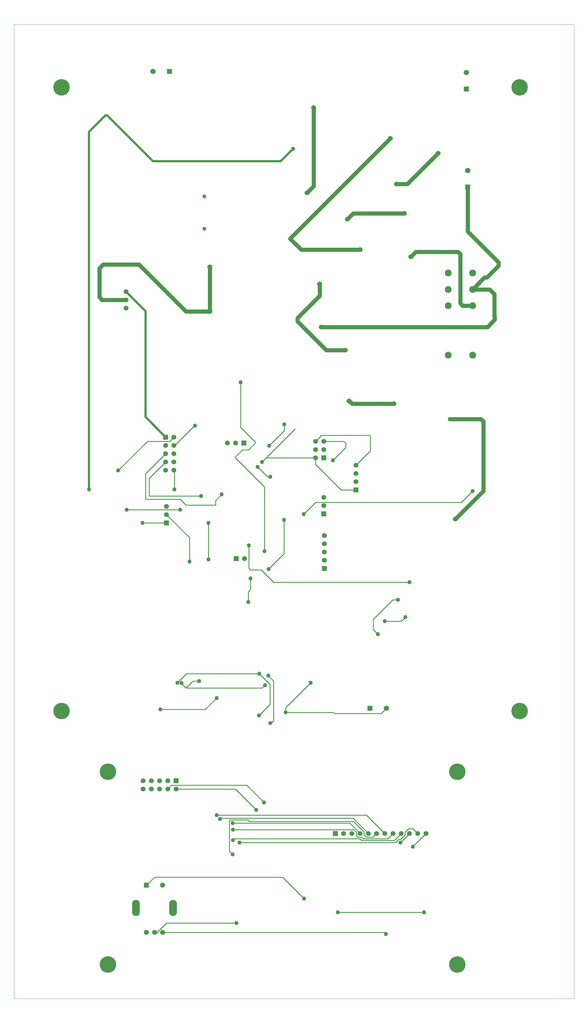
<source format=gbl>
G04*
G04 #@! TF.GenerationSoftware,Altium Limited,Altium Designer,23.4.1 (23)*
G04*
G04 Layer_Physical_Order=2*
G04 Layer_Color=16711680*
%FSLAX25Y25*%
%MOIN*%
G70*
G04*
G04 #@! TF.SameCoordinates,4704FA20-ACEE-4373-A647-A7C3691A48C7*
G04*
G04*
G04 #@! TF.FilePolarity,Positive*
G04*
G01*
G75*
%ADD29C,0.01000*%
%ADD30C,0.02500*%
%ADD31C,0.05000*%
%ADD33C,0.00100*%
%ADD34C,0.04724*%
%ADD35C,0.20000*%
%ADD36C,0.08268*%
%ADD37C,0.06496*%
%ADD38R,0.06496X0.06496*%
%ADD39C,0.05980*%
%ADD40R,0.06496X0.06496*%
%ADD41R,0.05906X0.05906*%
%ADD42C,0.05906*%
%ADD43R,0.05906X0.05906*%
%ADD44C,0.05000*%
%ADD45C,0.06000*%
%ADD46R,0.06102X0.06102*%
%ADD47C,0.06102*%
G04:AMPARAMS|DCode=48|XSize=94.49mil|YSize=196.85mil|CornerRadius=47.24mil|HoleSize=0mil|Usage=FLASHONLY|Rotation=0.000|XOffset=0mil|YOffset=0mil|HoleType=Round|Shape=RoundedRectangle|*
%AMROUNDEDRECTD48*
21,1,0.09449,0.10236,0,0,0.0*
21,1,0.00000,0.19685,0,0,0.0*
1,1,0.09449,0.00000,-0.05118*
1,1,0.09449,0.00000,-0.05118*
1,1,0.09449,0.00000,0.05118*
1,1,0.09449,0.00000,0.05118*
%
%ADD48ROUNDEDRECTD48*%
D29*
X189000Y676500D02*
X194000Y681500D01*
X161900Y676500D02*
X189000D01*
X194000Y671500D02*
X194850D01*
X218850Y695500D01*
X219700D01*
X208600Y377000D02*
X217100Y385500D01*
X224500D01*
X366000Y648500D02*
Y656500D01*
X397000Y617500D02*
X415000D01*
X366000Y648500D02*
X397000Y617500D01*
X402500Y669000D02*
Y673914D01*
X376000Y676500D02*
X399914D01*
X402500Y673914D01*
X387000Y653500D02*
X402500Y669000D01*
X366000Y676500D02*
X373202Y683702D01*
X415000Y647500D02*
X432298Y664798D01*
X373202Y683702D02*
X431713D01*
X432298Y664798D02*
Y683116D01*
X431713Y683702D02*
X432298Y683116D01*
X232100Y351100D02*
X245808Y364808D01*
X177500Y351100D02*
X232100D01*
X244500Y604500D02*
X252000Y612000D01*
X244500Y599000D02*
Y604500D01*
X126400Y641000D02*
X161900Y676500D01*
X275000Y693500D02*
Y748000D01*
X293086Y674586D02*
Y675414D01*
X275000Y693500D02*
X293086Y675414D01*
X284707Y666207D02*
X293086Y674586D01*
X268414Y656586D02*
Y657414D01*
X277207Y666207D01*
X284707D01*
X268414Y656586D02*
X304000Y621000D01*
Y543000D02*
Y621000D01*
X542883Y602383D02*
X556500Y616000D01*
X365883Y602383D02*
X542883D01*
X351500Y588000D02*
X365883Y602383D01*
X329500Y353000D02*
X360000Y383500D01*
X329500Y347500D02*
Y353000D01*
Y347500D02*
X387291D01*
X388791Y346000D02*
X445500D01*
X387291Y347500D02*
X388791Y346000D01*
X445500D02*
X452000Y352500D01*
X314293Y336157D02*
X315000Y336864D01*
X313739Y336157D02*
X314293D01*
X312082Y334500D02*
X313739Y336157D01*
X315000Y336864D02*
Y385500D01*
X311000Y334500D02*
X312082D01*
X297500Y394500D02*
X310500Y381500D01*
X297400Y343800D02*
X310500Y356900D01*
Y381500D01*
X208600Y377000D02*
X301000D01*
X304500Y380500D01*
X308500Y392000D02*
X315000Y385500D01*
X203311Y382289D02*
X208600Y377000D01*
X209220Y394500D02*
X297500D01*
X198220Y383500D02*
X209220Y394500D01*
X203311Y382289D02*
Y383189D01*
X301000Y651500D02*
X306000Y656500D01*
X236000Y533000D02*
Y577500D01*
X156000D02*
X185000D01*
X306000Y656500D02*
X366000D01*
X306000D02*
X341000Y691500D01*
X194500Y618000D02*
Y641000D01*
X194000Y641500D02*
X194500Y641000D01*
X309000Y521500D02*
X327500Y540000D01*
Y581000D01*
X284400Y481216D02*
Y493767D01*
X287000Y496367D01*
Y510000D01*
X309500Y671000D02*
X328000Y689500D01*
Y697000D01*
X295500Y645500D02*
X307500Y633500D01*
X311000D01*
X436000Y448000D02*
X441500Y442500D01*
X436000Y448000D02*
Y460500D01*
X459500Y484000D01*
X466000D01*
X450000Y458000D02*
X470000D01*
X475000Y463000D01*
X185000Y587500D02*
X212808Y559692D01*
Y530308D02*
Y559692D01*
X159500Y637000D02*
X184000Y661500D01*
X159500Y606586D02*
Y637000D01*
Y606586D02*
X160086Y606000D01*
X201500D01*
X208500Y599000D01*
X244500D01*
X164000Y631500D02*
X184000Y651500D01*
X164000Y610000D02*
Y631500D01*
Y610000D02*
X227000D01*
X136500Y593500D02*
X201500D01*
X285000Y522500D02*
Y550000D01*
Y522500D02*
X287000Y520500D01*
X300000D01*
X315000Y505500D01*
X480000D01*
X180343Y80500D02*
X449200D01*
X170500Y80472D02*
X173672D01*
X185000Y91800D01*
X270100D01*
X407500Y213000D02*
X420000Y200500D01*
X265200Y213000D02*
X407500D01*
X411500Y219000D02*
X430000Y200500D01*
X250900Y219000D02*
X411500D01*
X249900Y218000D02*
X250900Y219000D01*
X261200Y179000D02*
X265200Y175000D01*
X261200Y179000D02*
Y215500D01*
X262700Y217000D01*
X283655D01*
X285505Y215150D01*
X411850D01*
X424500Y202500D01*
Y199047D02*
Y202500D01*
Y199047D02*
X427500Y196047D01*
X435547D01*
X440000Y200500D01*
X245900Y222800D02*
X427700D01*
X450000Y200500D01*
X265500Y205000D02*
X412400D01*
X415500Y201900D01*
Y197500D02*
Y201900D01*
Y197500D02*
X416953Y196047D01*
X421547D01*
X423547Y194047D01*
X453547D01*
X460000Y200500D01*
X461547Y192047D02*
X470000Y200500D01*
X421547Y192047D02*
X461547D01*
X419594Y194000D02*
X421547Y192047D01*
X267000Y194000D02*
X419594D01*
X265500Y192500D02*
X267000Y194000D01*
X484000Y184500D02*
X500000Y200500D01*
X393000Y104600D02*
X497500D01*
X160657Y137559D02*
X170598Y147500D01*
X325800D01*
X352000Y121300D01*
X282500Y259000D02*
X303400Y238100D01*
X191000Y259000D02*
X282500D01*
X186500Y254500D02*
X191000Y259000D01*
X196500Y254500D02*
X268700D01*
X294000Y229200D01*
X180343Y80472D02*
Y80500D01*
X449200D02*
X451200Y78500D01*
X273500Y189500D02*
X462900D01*
X466900Y193500D01*
X469300D01*
X474500Y198700D01*
Y202200D01*
X478800Y206500D01*
X484000D01*
X490000Y200500D01*
X469000Y189500D02*
X480000Y200500D01*
D30*
X323500Y1016500D02*
X338500Y1031500D01*
X168500Y1016500D02*
X323500D01*
X113036Y1071964D02*
X168500Y1016500D01*
X110965Y1071964D02*
X113036D01*
X91000Y1052000D02*
X110965Y1071964D01*
X91000Y618000D02*
Y1052000D01*
X159482Y706018D02*
X184000Y681500D01*
X159482Y706018D02*
Y834518D01*
X136000Y858000D02*
X159482Y834518D01*
D31*
X529000Y703500D02*
X566571D01*
X569500Y616000D02*
Y700571D01*
X566571Y703500D02*
X569500Y700571D01*
X535500Y582000D02*
X569500Y616000D01*
X406500Y725500D02*
X406771D01*
X410271Y722000D02*
X461000D01*
X406771Y725500D02*
X410271Y722000D01*
X379000Y787000D02*
X402000D01*
X344071Y821929D02*
X379000Y787000D01*
X344071Y826071D02*
X371000Y853000D01*
X344071Y821929D02*
Y826071D01*
X371000Y853000D02*
Y867500D01*
X348521Y909000D02*
X420000D01*
X335000Y922521D02*
X348521Y909000D01*
X335000Y922521D02*
X456500Y1044021D01*
X404771Y946063D02*
X411708Y953000D01*
X404500Y946063D02*
X404771D01*
X411708Y953000D02*
X473500D01*
X464374Y988874D02*
X477374D01*
X514500Y1026000D01*
X106772Y848157D02*
X136000D01*
X103500Y851429D02*
X106772Y848157D01*
X103500Y851429D02*
Y886500D01*
X108000Y891000D02*
X151500D01*
X103500Y886500D02*
X108000Y891000D01*
X208500Y834000D02*
X237500D01*
X151500Y891000D02*
X208500Y834000D01*
X237500D02*
Y888000D01*
X363500Y986000D02*
Y1081500D01*
X355500Y978000D02*
X363500Y986000D01*
X487500Y906500D02*
X538571D01*
X541500Y843929D02*
Y903571D01*
X538571Y906500D02*
X541500Y903571D01*
X481500Y900500D02*
X487500Y906500D01*
X544429Y841000D02*
X556500D01*
X541500Y843929D02*
X544429Y841000D01*
X577229Y860842D02*
X583000Y855071D01*
Y828500D02*
Y855071D01*
X556500Y860842D02*
X577229D01*
X583000Y828500D02*
X583429Y828071D01*
X574500Y815000D02*
X583429Y823929D01*
Y828071D01*
X373000Y815000D02*
X574500D01*
X556500Y860842D02*
X571106Y875448D01*
X573948D02*
X587929Y889429D01*
Y893571D01*
X550500Y931000D02*
X587929Y893571D01*
X571106Y875448D02*
X573948D01*
X550500Y931000D02*
Y985000D01*
D33*
X0Y0D02*
X679500D01*
Y1182500D01*
X0D02*
X679500D01*
X0Y0D02*
Y1182500D01*
D34*
X231000Y973870D02*
D03*
Y934500D02*
D03*
D35*
X57500Y349000D02*
D03*
Y1106000D02*
D03*
X613500Y349000D02*
D03*
Y1106000D02*
D03*
X114000Y41500D02*
D03*
Y275500D02*
D03*
X538000D02*
D03*
Y41500D02*
D03*
D36*
X556500Y780921D02*
D03*
Y841000D02*
D03*
Y860842D02*
D03*
Y880685D02*
D03*
X526972D02*
D03*
Y860842D02*
D03*
Y841000D02*
D03*
Y780921D02*
D03*
D37*
X549000Y1124000D02*
D03*
X550500Y1005000D02*
D03*
X452000Y352500D02*
D03*
X168500Y1125500D02*
D03*
D38*
X549000Y1104000D02*
D03*
X550500Y985000D02*
D03*
D39*
X136000Y837921D02*
D03*
Y848157D02*
D03*
Y858000D02*
D03*
D40*
X432000Y352500D02*
D03*
X188500Y1125500D02*
D03*
D41*
X184000Y681500D02*
D03*
X376000Y656500D02*
D03*
X376500Y522000D02*
D03*
X185000Y577500D02*
D03*
X415000Y617500D02*
D03*
X376000Y588500D02*
D03*
D42*
X194000Y681500D02*
D03*
X184000Y671500D02*
D03*
X194000D02*
D03*
X184000Y661500D02*
D03*
X194000D02*
D03*
X184000Y651500D02*
D03*
X194000D02*
D03*
X184000Y641500D02*
D03*
X194000D02*
D03*
X366000Y676500D02*
D03*
X376000D02*
D03*
X366000Y666500D02*
D03*
X376000D02*
D03*
X366000Y656500D02*
D03*
X259000Y674500D02*
D03*
X269000D02*
D03*
X376500Y532000D02*
D03*
Y542000D02*
D03*
Y552000D02*
D03*
Y562000D02*
D03*
X185000Y597500D02*
D03*
Y587500D02*
D03*
X415000Y627500D02*
D03*
Y637500D02*
D03*
Y647500D02*
D03*
X279500Y534000D02*
D03*
X376000Y608500D02*
D03*
Y598500D02*
D03*
X500000Y200500D02*
D03*
X490000D02*
D03*
X480000D02*
D03*
X470000D02*
D03*
X460000D02*
D03*
X450000D02*
D03*
X440000D02*
D03*
X430000D02*
D03*
X420000D02*
D03*
X410000D02*
D03*
X400000D02*
D03*
X156500Y254500D02*
D03*
Y264500D02*
D03*
X166500Y254500D02*
D03*
Y264500D02*
D03*
X176500Y254500D02*
D03*
Y264500D02*
D03*
X186500Y254500D02*
D03*
Y264500D02*
D03*
X196500Y254500D02*
D03*
D43*
X279000Y674500D02*
D03*
X269500Y534000D02*
D03*
X390000Y200500D02*
D03*
X196500Y264500D02*
D03*
D44*
X284400Y481216D02*
D03*
X311000Y633500D02*
D03*
X219700Y695500D02*
D03*
X224500Y385500D02*
D03*
X387000Y653500D02*
D03*
X245808Y364808D02*
D03*
X177500Y351100D02*
D03*
X252000Y612000D02*
D03*
X529000Y703500D02*
D03*
X338500Y1031500D02*
D03*
X91000Y618000D02*
D03*
X275000Y748000D02*
D03*
X304000Y543000D02*
D03*
X556500Y616000D02*
D03*
X351500Y588000D02*
D03*
X329500Y347500D02*
D03*
X360000Y383500D02*
D03*
X311000Y334500D02*
D03*
X304500Y380500D02*
D03*
X308500Y392000D02*
D03*
X297500Y394500D02*
D03*
X203311Y383189D02*
D03*
X126400Y641000D02*
D03*
X297400Y343800D02*
D03*
X198220Y383500D02*
D03*
X236000Y533000D02*
D03*
Y577500D02*
D03*
X156000D02*
D03*
X301000Y651500D02*
D03*
X194500Y618000D02*
D03*
X309000Y521500D02*
D03*
X327500Y581000D02*
D03*
X287000Y510000D02*
D03*
X309500Y671000D02*
D03*
X328000Y697000D02*
D03*
X295500Y645500D02*
D03*
X441500Y442500D02*
D03*
X466000Y484000D02*
D03*
X450000Y458000D02*
D03*
X475000Y463000D02*
D03*
X212808Y530308D02*
D03*
X227000Y610000D02*
D03*
X136500Y593500D02*
D03*
X201500D02*
D03*
X285000Y550000D02*
D03*
X480000Y505500D02*
D03*
X270100Y91800D02*
D03*
X265200Y213000D02*
D03*
X249900Y218000D02*
D03*
X265200Y175000D02*
D03*
X245900Y222800D02*
D03*
X265500Y205000D02*
D03*
Y192500D02*
D03*
X484000Y184500D02*
D03*
X497500Y104600D02*
D03*
X393000D02*
D03*
X352000Y121300D02*
D03*
X303400Y238100D02*
D03*
X294000Y229200D02*
D03*
X451200Y78500D02*
D03*
X273500Y189500D02*
D03*
X469000D02*
D03*
D45*
X535500Y582000D02*
D03*
X461000Y722000D02*
D03*
X406500Y725500D02*
D03*
X402000Y787000D02*
D03*
X371000Y867500D02*
D03*
X420000Y909000D02*
D03*
X456500Y1044021D02*
D03*
X473500Y953000D02*
D03*
X404500Y946063D02*
D03*
X514500Y1026000D02*
D03*
X464374Y988874D02*
D03*
X237500Y834000D02*
D03*
Y888000D02*
D03*
X355500Y978000D02*
D03*
X363500Y1081500D02*
D03*
X481500Y900500D02*
D03*
X373000Y815000D02*
D03*
D46*
X160657Y137559D02*
D03*
D47*
X180343D02*
D03*
X160657Y80472D02*
D03*
X170500D02*
D03*
X180343D02*
D03*
D48*
X148059Y110000D02*
D03*
X192941D02*
D03*
M02*

</source>
